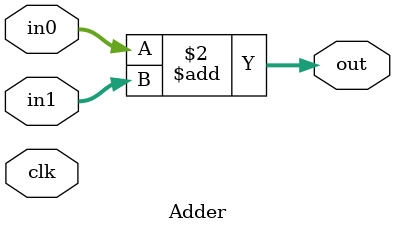
<source format=v>
`timescale 1ns / 1ps
module Adder#(parameter DATA_WIDTH = 32)(out,in0,in1,clk);

	output reg [31:0] out;
	input [31:0] in0,in1;
	input clk;
	
	always @ (*) begin
			out = in0 + in1;
	end	
endmodule

</source>
